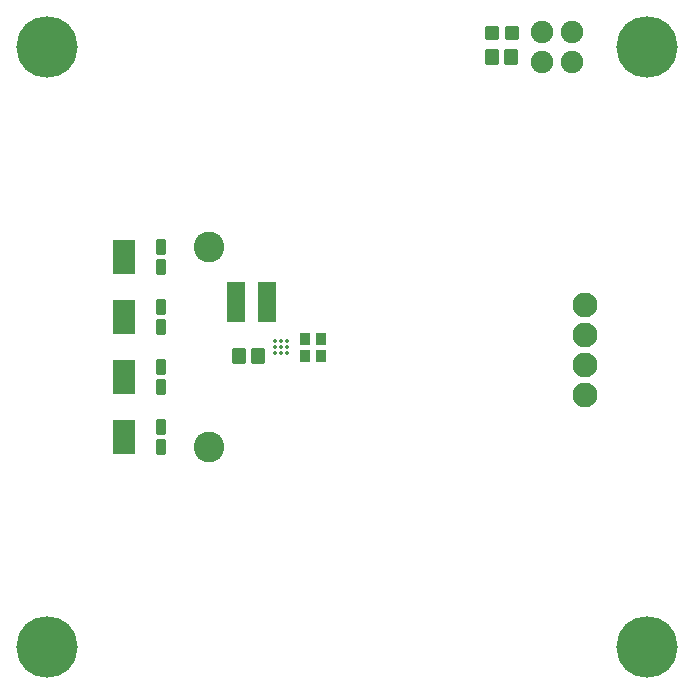
<source format=gts>
G04 Layer: TopSolderMaskLayer*
G04 Panelize: , Column: 2, Row: 2, Board Size: 58.42mm x 58.42mm, Panelized Board Size: 118.84mm x 118.84mm*
G04 EasyEDA v6.5.34, 2023-08-21 18:11:39*
G04 e033e4da8f4f40f2a2828097716e79b9,5a6b42c53f6a479593ecc07194224c93,10*
G04 Gerber Generator version 0.2*
G04 Scale: 100 percent, Rotated: No, Reflected: No *
G04 Dimensions in millimeters *
G04 leading zeros omitted , absolute positions ,4 integer and 5 decimal *
%FSLAX45Y45*%
%MOMM*%

%AMMACRO1*1,1,$1,$2,$3*1,1,$1,$4,$5*1,1,$1,0-$2,0-$3*1,1,$1,0-$4,0-$5*20,1,$1,$2,$3,$4,$5,0*20,1,$1,$4,$5,0-$2,0-$3,0*20,1,$1,0-$2,0-$3,0-$4,0-$5,0*20,1,$1,0-$4,0-$5,$2,$3,0*4,1,4,$2,$3,$4,$5,0-$2,0-$3,0-$4,0-$5,$2,$3,0*%
%ADD10MACRO1,0.2032X0.5X-0.55X-0.5X-0.55*%
%ADD11MACRO1,0.2032X-0.45X-0.5X-0.45X0.5*%
%ADD12MACRO1,0.1016X0.4X-0.45X-0.4X-0.45*%
%ADD13MACRO1,0.1016X-0.915X-1.43X-0.915X1.43*%
%ADD14MACRO1,0.1016X-0.365X-0.63X-0.365X0.63*%
%ADD15C,0.3400*%
%ADD16MACRO1,0.1016X-0.75X1.66X0.75X1.66*%
%ADD17C,5.2032*%
%ADD18C,2.1016*%
%ADD19C,1.9016*%
%ADD20C,2.6016*%

%LPD*%
D10*
G01*
X4149092Y5372100D03*
G01*
X4309092Y5372100D03*
D11*
G01*
X4144091Y5575292D03*
G01*
X4314090Y5575292D03*
D10*
G01*
X2002787Y2844794D03*
G01*
X2162787Y2844794D03*
D12*
G01*
X2558895Y2984494D03*
G01*
X2698894Y2984494D03*
G01*
X2558895Y2844794D03*
G01*
X2698894Y2844794D03*
D13*
G01*
X1027696Y2158994D03*
D14*
G01*
X1341297Y2075794D03*
G01*
X1341297Y2242195D03*
D13*
G01*
X1027694Y2666994D03*
D14*
G01*
X1341295Y2583794D03*
G01*
X1341295Y2750195D03*
D13*
G01*
X1027694Y3174992D03*
D14*
G01*
X1341295Y3091792D03*
G01*
X1341295Y3258192D03*
D15*
G01*
X2312187Y2970987D03*
G01*
X2312187Y2921000D03*
G01*
X2312187Y2870987D03*
G01*
X2362200Y2970987D03*
G01*
X2362200Y2921000D03*
G01*
X2362200Y2870987D03*
G01*
X2412187Y2970987D03*
G01*
X2412187Y2921000D03*
G01*
X2412187Y2870987D03*
D13*
G01*
X1027694Y3682992D03*
D14*
G01*
X1341295Y3599792D03*
G01*
X1341295Y3766192D03*
D16*
G01*
X2241006Y3301193D03*
G01*
X1975408Y3301193D03*
D17*
G01*
X381000Y5461000D03*
D18*
G01*
X4931206Y3274161D03*
G01*
X4931206Y2512161D03*
G01*
X4931206Y2766161D03*
G01*
X4931206Y3020161D03*
D19*
G01*
X4572000Y5588000D03*
G01*
X4572000Y5334000D03*
G01*
X4826000Y5334000D03*
G01*
X4826000Y5588000D03*
D17*
G01*
X381000Y381000D03*
G01*
X5461000Y381000D03*
G01*
X5461000Y5461000D03*
D20*
G01*
X1752600Y2075687D03*
G01*
X1750720Y3766312D03*
M02*

</source>
